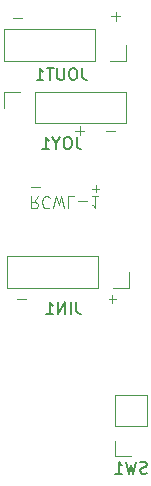
<source format=gbr>
%TF.GenerationSoftware,KiCad,Pcbnew,7.0.11-7.0.11~ubuntu22.04.1*%
%TF.CreationDate,2024-11-24T08:43:31+00:00*%
%TF.ProjectId,PicoController,5069636f-436f-46e7-9472-6f6c6c65722e,rev?*%
%TF.SameCoordinates,Original*%
%TF.FileFunction,Legend,Bot*%
%TF.FilePolarity,Positive*%
%FSLAX46Y46*%
G04 Gerber Fmt 4.6, Leading zero omitted, Abs format (unit mm)*
G04 Created by KiCad (PCBNEW 7.0.11-7.0.11~ubuntu22.04.1) date 2024-11-24 08:43:31*
%MOMM*%
%LPD*%
G01*
G04 APERTURE LIST*
%ADD10C,0.100000*%
%ADD11C,0.150000*%
%ADD12C,0.120000*%
G04 APERTURE END LIST*
D10*
X143510915Y-69087466D02*
X142749011Y-69087466D01*
X143129963Y-69468419D02*
X143129963Y-68706514D01*
X143053715Y-78790266D02*
X142291811Y-78790266D01*
X135230515Y-69239866D02*
X134468611Y-69239866D01*
X140462915Y-78790266D02*
X139701011Y-78790266D01*
X140081963Y-79171219D02*
X140081963Y-78409314D01*
X141729734Y-83666133D02*
X141120211Y-83666133D01*
X141424972Y-83970895D02*
X141424972Y-83361371D01*
X135535315Y-93014266D02*
X134773411Y-93014266D01*
X143152134Y-93013333D02*
X142542611Y-93013333D01*
X142847372Y-93318095D02*
X142847372Y-92708571D01*
X136754515Y-83514666D02*
X135992611Y-83514666D01*
D11*
X145757732Y-107745800D02*
X145614875Y-107793419D01*
X145614875Y-107793419D02*
X145376780Y-107793419D01*
X145376780Y-107793419D02*
X145281542Y-107745800D01*
X145281542Y-107745800D02*
X145233923Y-107698180D01*
X145233923Y-107698180D02*
X145186304Y-107602942D01*
X145186304Y-107602942D02*
X145186304Y-107507704D01*
X145186304Y-107507704D02*
X145233923Y-107412466D01*
X145233923Y-107412466D02*
X145281542Y-107364847D01*
X145281542Y-107364847D02*
X145376780Y-107317228D01*
X145376780Y-107317228D02*
X145567256Y-107269609D01*
X145567256Y-107269609D02*
X145662494Y-107221990D01*
X145662494Y-107221990D02*
X145710113Y-107174371D01*
X145710113Y-107174371D02*
X145757732Y-107079133D01*
X145757732Y-107079133D02*
X145757732Y-106983895D01*
X145757732Y-106983895D02*
X145710113Y-106888657D01*
X145710113Y-106888657D02*
X145662494Y-106841038D01*
X145662494Y-106841038D02*
X145567256Y-106793419D01*
X145567256Y-106793419D02*
X145329161Y-106793419D01*
X145329161Y-106793419D02*
X145186304Y-106841038D01*
X144852970Y-106793419D02*
X144614875Y-107793419D01*
X144614875Y-107793419D02*
X144424399Y-107079133D01*
X144424399Y-107079133D02*
X144233923Y-107793419D01*
X144233923Y-107793419D02*
X143995828Y-106793419D01*
X143091066Y-107793419D02*
X143662494Y-107793419D01*
X143376780Y-107793419D02*
X143376780Y-106793419D01*
X143376780Y-106793419D02*
X143472018Y-106936276D01*
X143472018Y-106936276D02*
X143567256Y-107031514D01*
X143567256Y-107031514D02*
X143662494Y-107079133D01*
X139817314Y-79312419D02*
X139817314Y-80026704D01*
X139817314Y-80026704D02*
X139864933Y-80169561D01*
X139864933Y-80169561D02*
X139960171Y-80264800D01*
X139960171Y-80264800D02*
X140103028Y-80312419D01*
X140103028Y-80312419D02*
X140198266Y-80312419D01*
X139150647Y-79312419D02*
X138960171Y-79312419D01*
X138960171Y-79312419D02*
X138864933Y-79360038D01*
X138864933Y-79360038D02*
X138769695Y-79455276D01*
X138769695Y-79455276D02*
X138722076Y-79645752D01*
X138722076Y-79645752D02*
X138722076Y-79979085D01*
X138722076Y-79979085D02*
X138769695Y-80169561D01*
X138769695Y-80169561D02*
X138864933Y-80264800D01*
X138864933Y-80264800D02*
X138960171Y-80312419D01*
X138960171Y-80312419D02*
X139150647Y-80312419D01*
X139150647Y-80312419D02*
X139245885Y-80264800D01*
X139245885Y-80264800D02*
X139341123Y-80169561D01*
X139341123Y-80169561D02*
X139388742Y-79979085D01*
X139388742Y-79979085D02*
X139388742Y-79645752D01*
X139388742Y-79645752D02*
X139341123Y-79455276D01*
X139341123Y-79455276D02*
X139245885Y-79360038D01*
X139245885Y-79360038D02*
X139150647Y-79312419D01*
X138103028Y-79836228D02*
X138103028Y-80312419D01*
X138436361Y-79312419D02*
X138103028Y-79836228D01*
X138103028Y-79836228D02*
X137769695Y-79312419D01*
X136912552Y-80312419D02*
X137483980Y-80312419D01*
X137198266Y-80312419D02*
X137198266Y-79312419D01*
X137198266Y-79312419D02*
X137293504Y-79455276D01*
X137293504Y-79455276D02*
X137388742Y-79550514D01*
X137388742Y-79550514D02*
X137483980Y-79598133D01*
D10*
X136523695Y-84327780D02*
X136190362Y-84803971D01*
X135952267Y-84327780D02*
X135952267Y-85327780D01*
X135952267Y-85327780D02*
X136333219Y-85327780D01*
X136333219Y-85327780D02*
X136428457Y-85280161D01*
X136428457Y-85280161D02*
X136476076Y-85232542D01*
X136476076Y-85232542D02*
X136523695Y-85137304D01*
X136523695Y-85137304D02*
X136523695Y-84994447D01*
X136523695Y-84994447D02*
X136476076Y-84899209D01*
X136476076Y-84899209D02*
X136428457Y-84851590D01*
X136428457Y-84851590D02*
X136333219Y-84803971D01*
X136333219Y-84803971D02*
X135952267Y-84803971D01*
X137523695Y-84423019D02*
X137476076Y-84375400D01*
X137476076Y-84375400D02*
X137333219Y-84327780D01*
X137333219Y-84327780D02*
X137237981Y-84327780D01*
X137237981Y-84327780D02*
X137095124Y-84375400D01*
X137095124Y-84375400D02*
X136999886Y-84470638D01*
X136999886Y-84470638D02*
X136952267Y-84565876D01*
X136952267Y-84565876D02*
X136904648Y-84756352D01*
X136904648Y-84756352D02*
X136904648Y-84899209D01*
X136904648Y-84899209D02*
X136952267Y-85089685D01*
X136952267Y-85089685D02*
X136999886Y-85184923D01*
X136999886Y-85184923D02*
X137095124Y-85280161D01*
X137095124Y-85280161D02*
X137237981Y-85327780D01*
X137237981Y-85327780D02*
X137333219Y-85327780D01*
X137333219Y-85327780D02*
X137476076Y-85280161D01*
X137476076Y-85280161D02*
X137523695Y-85232542D01*
X137857029Y-85327780D02*
X138095124Y-84327780D01*
X138095124Y-84327780D02*
X138285600Y-85042066D01*
X138285600Y-85042066D02*
X138476076Y-84327780D01*
X138476076Y-84327780D02*
X138714172Y-85327780D01*
X139571314Y-84327780D02*
X139095124Y-84327780D01*
X139095124Y-84327780D02*
X139095124Y-85327780D01*
X139904648Y-84708733D02*
X140666553Y-84708733D01*
X141666552Y-84327780D02*
X141095124Y-84327780D01*
X141380838Y-84327780D02*
X141380838Y-85327780D01*
X141380838Y-85327780D02*
X141285600Y-85184923D01*
X141285600Y-85184923D02*
X141190362Y-85089685D01*
X141190362Y-85089685D02*
X141095124Y-85042066D01*
D11*
X140293504Y-73470419D02*
X140293504Y-74184704D01*
X140293504Y-74184704D02*
X140341123Y-74327561D01*
X140341123Y-74327561D02*
X140436361Y-74422800D01*
X140436361Y-74422800D02*
X140579218Y-74470419D01*
X140579218Y-74470419D02*
X140674456Y-74470419D01*
X139626837Y-73470419D02*
X139436361Y-73470419D01*
X139436361Y-73470419D02*
X139341123Y-73518038D01*
X139341123Y-73518038D02*
X139245885Y-73613276D01*
X139245885Y-73613276D02*
X139198266Y-73803752D01*
X139198266Y-73803752D02*
X139198266Y-74137085D01*
X139198266Y-74137085D02*
X139245885Y-74327561D01*
X139245885Y-74327561D02*
X139341123Y-74422800D01*
X139341123Y-74422800D02*
X139436361Y-74470419D01*
X139436361Y-74470419D02*
X139626837Y-74470419D01*
X139626837Y-74470419D02*
X139722075Y-74422800D01*
X139722075Y-74422800D02*
X139817313Y-74327561D01*
X139817313Y-74327561D02*
X139864932Y-74137085D01*
X139864932Y-74137085D02*
X139864932Y-73803752D01*
X139864932Y-73803752D02*
X139817313Y-73613276D01*
X139817313Y-73613276D02*
X139722075Y-73518038D01*
X139722075Y-73518038D02*
X139626837Y-73470419D01*
X138769694Y-73470419D02*
X138769694Y-74279942D01*
X138769694Y-74279942D02*
X138722075Y-74375180D01*
X138722075Y-74375180D02*
X138674456Y-74422800D01*
X138674456Y-74422800D02*
X138579218Y-74470419D01*
X138579218Y-74470419D02*
X138388742Y-74470419D01*
X138388742Y-74470419D02*
X138293504Y-74422800D01*
X138293504Y-74422800D02*
X138245885Y-74375180D01*
X138245885Y-74375180D02*
X138198266Y-74279942D01*
X138198266Y-74279942D02*
X138198266Y-73470419D01*
X137864932Y-73470419D02*
X137293504Y-73470419D01*
X137579218Y-74470419D02*
X137579218Y-73470419D01*
X136436361Y-74470419D02*
X137007789Y-74470419D01*
X136722075Y-74470419D02*
X136722075Y-73470419D01*
X136722075Y-73470419D02*
X136817313Y-73613276D01*
X136817313Y-73613276D02*
X136912551Y-73708514D01*
X136912551Y-73708514D02*
X137007789Y-73756133D01*
X139779237Y-93282419D02*
X139779237Y-93996704D01*
X139779237Y-93996704D02*
X139826856Y-94139561D01*
X139826856Y-94139561D02*
X139922094Y-94234800D01*
X139922094Y-94234800D02*
X140064951Y-94282419D01*
X140064951Y-94282419D02*
X140160189Y-94282419D01*
X139303046Y-94282419D02*
X139303046Y-93282419D01*
X138826856Y-94282419D02*
X138826856Y-93282419D01*
X138826856Y-93282419D02*
X138255428Y-94282419D01*
X138255428Y-94282419D02*
X138255428Y-93282419D01*
X137255428Y-94282419D02*
X137826856Y-94282419D01*
X137541142Y-94282419D02*
X137541142Y-93282419D01*
X137541142Y-93282419D02*
X137636380Y-93425276D01*
X137636380Y-93425276D02*
X137731618Y-93520514D01*
X137731618Y-93520514D02*
X137826856Y-93568133D01*
D12*
%TO.C,SW1*%
X143094400Y-101138600D02*
X145754400Y-101138600D01*
X143094400Y-103738600D02*
X143094400Y-101138600D01*
X143094400Y-103738600D02*
X145754400Y-103738600D01*
X143094400Y-105008600D02*
X143094400Y-106338600D01*
X143094400Y-106338600D02*
X144424400Y-106338600D01*
X145754400Y-103738600D02*
X145754400Y-101138600D01*
%TO.C,JOY1*%
X143976400Y-75479600D02*
X143976400Y-78139600D01*
X136296400Y-75479600D02*
X143976400Y-75479600D01*
X136296400Y-75479600D02*
X136296400Y-78139600D01*
X135026400Y-75479600D02*
X133696400Y-75479600D01*
X133696400Y-75479600D02*
X133696400Y-76809600D01*
X136296400Y-78139600D02*
X143976400Y-78139600D01*
%TO.C,JOUT1*%
X133696400Y-72856400D02*
X133696400Y-70196400D01*
X141376400Y-72856400D02*
X133696400Y-72856400D01*
X141376400Y-72856400D02*
X141376400Y-70196400D01*
X142646400Y-72856400D02*
X143976400Y-72856400D01*
X143976400Y-72856400D02*
X143976400Y-71526400D01*
X141376400Y-70196400D02*
X133696400Y-70196400D01*
%TO.C,JIN1*%
X133950400Y-92058800D02*
X133950400Y-89398800D01*
X141630400Y-92058800D02*
X133950400Y-92058800D01*
X141630400Y-92058800D02*
X141630400Y-89398800D01*
X142900400Y-92058800D02*
X144230400Y-92058800D01*
X144230400Y-92058800D02*
X144230400Y-90728800D01*
X141630400Y-89398800D02*
X133950400Y-89398800D01*
%TD*%
M02*

</source>
